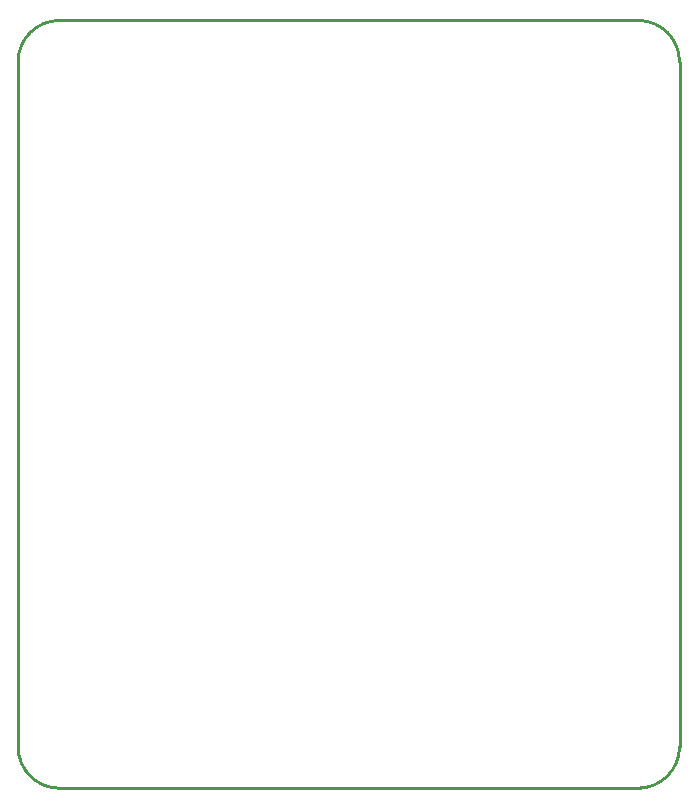
<source format=gm1>
G04*
G04 #@! TF.GenerationSoftware,Altium Limited,Altium Designer,20.2.6 (244)*
G04*
G04 Layer_Color=16711935*
%FSLAX25Y25*%
%MOIN*%
G70*
G04*
G04 #@! TF.SameCoordinates,54722894-AE61-4C59-B5F0-4C27AF3D34EB*
G04*
G04*
G04 #@! TF.FilePolarity,Positive*
G04*
G01*
G75*
%ADD14C,0.01000*%
D14*
X447835Y308071D02*
G03*
X434055Y294291I0J-13780D01*
G01*
X654528D02*
G03*
X640748Y308071I-13780J0D01*
G01*
Y52165D02*
G03*
X654528Y65945I0J13780D01*
G01*
X434055Y65921D02*
G03*
X447835Y52142I13780J0D01*
G01*
X447835Y308071D02*
X640748Y308071D01*
X434055Y294291D02*
X434055Y64961D01*
X654528Y294291D02*
X654528Y65945D01*
X446850Y52165D02*
X641732D01*
M02*

</source>
